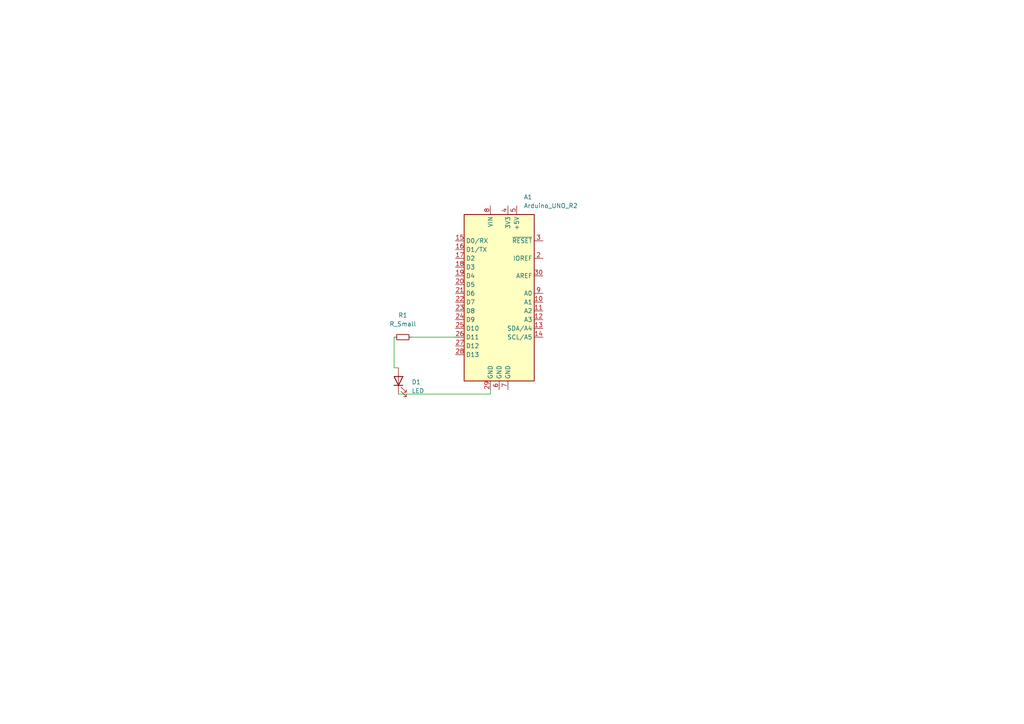
<source format=kicad_sch>
(kicad_sch (version 20211123) (generator eeschema)

  (uuid ceab6c4e-02b1-48d3-8aeb-06ffd4c8e0c0)

  (paper "A4")

  (lib_symbols
    (symbol "Device:LED" (pin_numbers hide) (pin_names (offset 1.016) hide) (in_bom yes) (on_board yes)
      (property "Reference" "D" (id 0) (at 0 2.54 0)
        (effects (font (size 1.27 1.27)))
      )
      (property "Value" "LED" (id 1) (at 0 -2.54 0)
        (effects (font (size 1.27 1.27)))
      )
      (property "Footprint" "" (id 2) (at 0 0 0)
        (effects (font (size 1.27 1.27)) hide)
      )
      (property "Datasheet" "~" (id 3) (at 0 0 0)
        (effects (font (size 1.27 1.27)) hide)
      )
      (property "ki_keywords" "LED diode" (id 4) (at 0 0 0)
        (effects (font (size 1.27 1.27)) hide)
      )
      (property "ki_description" "Light emitting diode" (id 5) (at 0 0 0)
        (effects (font (size 1.27 1.27)) hide)
      )
      (property "ki_fp_filters" "LED* LED_SMD:* LED_THT:*" (id 6) (at 0 0 0)
        (effects (font (size 1.27 1.27)) hide)
      )
      (symbol "LED_0_1"
        (polyline
          (pts
            (xy -1.27 -1.27)
            (xy -1.27 1.27)
          )
          (stroke (width 0.254) (type default) (color 0 0 0 0))
          (fill (type none))
        )
        (polyline
          (pts
            (xy -1.27 0)
            (xy 1.27 0)
          )
          (stroke (width 0) (type default) (color 0 0 0 0))
          (fill (type none))
        )
        (polyline
          (pts
            (xy 1.27 -1.27)
            (xy 1.27 1.27)
            (xy -1.27 0)
            (xy 1.27 -1.27)
          )
          (stroke (width 0.254) (type default) (color 0 0 0 0))
          (fill (type none))
        )
        (polyline
          (pts
            (xy -3.048 -0.762)
            (xy -4.572 -2.286)
            (xy -3.81 -2.286)
            (xy -4.572 -2.286)
            (xy -4.572 -1.524)
          )
          (stroke (width 0) (type default) (color 0 0 0 0))
          (fill (type none))
        )
        (polyline
          (pts
            (xy -1.778 -0.762)
            (xy -3.302 -2.286)
            (xy -2.54 -2.286)
            (xy -3.302 -2.286)
            (xy -3.302 -1.524)
          )
          (stroke (width 0) (type default) (color 0 0 0 0))
          (fill (type none))
        )
      )
      (symbol "LED_1_1"
        (pin passive line (at -3.81 0 0) (length 2.54)
          (name "K" (effects (font (size 1.27 1.27))))
          (number "1" (effects (font (size 1.27 1.27))))
        )
        (pin passive line (at 3.81 0 180) (length 2.54)
          (name "A" (effects (font (size 1.27 1.27))))
          (number "2" (effects (font (size 1.27 1.27))))
        )
      )
    )
    (symbol "Device:R_Small" (pin_numbers hide) (pin_names (offset 0.254) hide) (in_bom yes) (on_board yes)
      (property "Reference" "R" (id 0) (at 0.762 0.508 0)
        (effects (font (size 1.27 1.27)) (justify left))
      )
      (property "Value" "R_Small" (id 1) (at 0.762 -1.016 0)
        (effects (font (size 1.27 1.27)) (justify left))
      )
      (property "Footprint" "" (id 2) (at 0 0 0)
        (effects (font (size 1.27 1.27)) hide)
      )
      (property "Datasheet" "~" (id 3) (at 0 0 0)
        (effects (font (size 1.27 1.27)) hide)
      )
      (property "ki_keywords" "R resistor" (id 4) (at 0 0 0)
        (effects (font (size 1.27 1.27)) hide)
      )
      (property "ki_description" "Resistor, small symbol" (id 5) (at 0 0 0)
        (effects (font (size 1.27 1.27)) hide)
      )
      (property "ki_fp_filters" "R_*" (id 6) (at 0 0 0)
        (effects (font (size 1.27 1.27)) hide)
      )
      (symbol "R_Small_0_1"
        (rectangle (start -0.762 1.778) (end 0.762 -1.778)
          (stroke (width 0.2032) (type default) (color 0 0 0 0))
          (fill (type none))
        )
      )
      (symbol "R_Small_1_1"
        (pin passive line (at 0 2.54 270) (length 0.762)
          (name "~" (effects (font (size 1.27 1.27))))
          (number "1" (effects (font (size 1.27 1.27))))
        )
        (pin passive line (at 0 -2.54 90) (length 0.762)
          (name "~" (effects (font (size 1.27 1.27))))
          (number "2" (effects (font (size 1.27 1.27))))
        )
      )
    )
    (symbol "MCU_Module:Arduino_UNO_R2" (in_bom yes) (on_board yes)
      (property "Reference" "A" (id 0) (at -10.16 23.495 0)
        (effects (font (size 1.27 1.27)) (justify left bottom))
      )
      (property "Value" "Arduino_UNO_R2" (id 1) (at 5.08 -26.67 0)
        (effects (font (size 1.27 1.27)) (justify left top))
      )
      (property "Footprint" "Module:Arduino_UNO_R2" (id 2) (at 0 0 0)
        (effects (font (size 1.27 1.27) italic) hide)
      )
      (property "Datasheet" "https://www.arduino.cc/en/Main/arduinoBoardUno" (id 3) (at 0 0 0)
        (effects (font (size 1.27 1.27)) hide)
      )
      (property "ki_keywords" "Arduino UNO R3 Microcontroller Module Atmel AVR USB" (id 4) (at 0 0 0)
        (effects (font (size 1.27 1.27)) hide)
      )
      (property "ki_description" "Arduino UNO Microcontroller Module, release 2" (id 5) (at 0 0 0)
        (effects (font (size 1.27 1.27)) hide)
      )
      (property "ki_fp_filters" "Arduino*UNO*R2*" (id 6) (at 0 0 0)
        (effects (font (size 1.27 1.27)) hide)
      )
      (symbol "Arduino_UNO_R2_0_1"
        (rectangle (start -10.16 22.86) (end 10.16 -25.4)
          (stroke (width 0.254) (type default) (color 0 0 0 0))
          (fill (type background))
        )
      )
      (symbol "Arduino_UNO_R2_1_1"
        (pin no_connect line (at -10.16 -20.32 0) (length 2.54) hide
          (name "NC" (effects (font (size 1.27 1.27))))
          (number "1" (effects (font (size 1.27 1.27))))
        )
        (pin bidirectional line (at 12.7 -2.54 180) (length 2.54)
          (name "A1" (effects (font (size 1.27 1.27))))
          (number "10" (effects (font (size 1.27 1.27))))
        )
        (pin bidirectional line (at 12.7 -5.08 180) (length 2.54)
          (name "A2" (effects (font (size 1.27 1.27))))
          (number "11" (effects (font (size 1.27 1.27))))
        )
        (pin bidirectional line (at 12.7 -7.62 180) (length 2.54)
          (name "A3" (effects (font (size 1.27 1.27))))
          (number "12" (effects (font (size 1.27 1.27))))
        )
        (pin bidirectional line (at 12.7 -10.16 180) (length 2.54)
          (name "SDA/A4" (effects (font (size 1.27 1.27))))
          (number "13" (effects (font (size 1.27 1.27))))
        )
        (pin bidirectional line (at 12.7 -12.7 180) (length 2.54)
          (name "SCL/A5" (effects (font (size 1.27 1.27))))
          (number "14" (effects (font (size 1.27 1.27))))
        )
        (pin bidirectional line (at -12.7 15.24 0) (length 2.54)
          (name "D0/RX" (effects (font (size 1.27 1.27))))
          (number "15" (effects (font (size 1.27 1.27))))
        )
        (pin bidirectional line (at -12.7 12.7 0) (length 2.54)
          (name "D1/TX" (effects (font (size 1.27 1.27))))
          (number "16" (effects (font (size 1.27 1.27))))
        )
        (pin bidirectional line (at -12.7 10.16 0) (length 2.54)
          (name "D2" (effects (font (size 1.27 1.27))))
          (number "17" (effects (font (size 1.27 1.27))))
        )
        (pin bidirectional line (at -12.7 7.62 0) (length 2.54)
          (name "D3" (effects (font (size 1.27 1.27))))
          (number "18" (effects (font (size 1.27 1.27))))
        )
        (pin bidirectional line (at -12.7 5.08 0) (length 2.54)
          (name "D4" (effects (font (size 1.27 1.27))))
          (number "19" (effects (font (size 1.27 1.27))))
        )
        (pin output line (at 12.7 10.16 180) (length 2.54)
          (name "IOREF" (effects (font (size 1.27 1.27))))
          (number "2" (effects (font (size 1.27 1.27))))
        )
        (pin bidirectional line (at -12.7 2.54 0) (length 2.54)
          (name "D5" (effects (font (size 1.27 1.27))))
          (number "20" (effects (font (size 1.27 1.27))))
        )
        (pin bidirectional line (at -12.7 0 0) (length 2.54)
          (name "D6" (effects (font (size 1.27 1.27))))
          (number "21" (effects (font (size 1.27 1.27))))
        )
        (pin bidirectional line (at -12.7 -2.54 0) (length 2.54)
          (name "D7" (effects (font (size 1.27 1.27))))
          (number "22" (effects (font (size 1.27 1.27))))
        )
        (pin bidirectional line (at -12.7 -5.08 0) (length 2.54)
          (name "D8" (effects (font (size 1.27 1.27))))
          (number "23" (effects (font (size 1.27 1.27))))
        )
        (pin bidirectional line (at -12.7 -7.62 0) (length 2.54)
          (name "D9" (effects (font (size 1.27 1.27))))
          (number "24" (effects (font (size 1.27 1.27))))
        )
        (pin bidirectional line (at -12.7 -10.16 0) (length 2.54)
          (name "D10" (effects (font (size 1.27 1.27))))
          (number "25" (effects (font (size 1.27 1.27))))
        )
        (pin bidirectional line (at -12.7 -12.7 0) (length 2.54)
          (name "D11" (effects (font (size 1.27 1.27))))
          (number "26" (effects (font (size 1.27 1.27))))
        )
        (pin bidirectional line (at -12.7 -15.24 0) (length 2.54)
          (name "D12" (effects (font (size 1.27 1.27))))
          (number "27" (effects (font (size 1.27 1.27))))
        )
        (pin bidirectional line (at -12.7 -17.78 0) (length 2.54)
          (name "D13" (effects (font (size 1.27 1.27))))
          (number "28" (effects (font (size 1.27 1.27))))
        )
        (pin power_in line (at -2.54 -27.94 90) (length 2.54)
          (name "GND" (effects (font (size 1.27 1.27))))
          (number "29" (effects (font (size 1.27 1.27))))
        )
        (pin input line (at 12.7 15.24 180) (length 2.54)
          (name "~{RESET}" (effects (font (size 1.27 1.27))))
          (number "3" (effects (font (size 1.27 1.27))))
        )
        (pin input line (at 12.7 5.08 180) (length 2.54)
          (name "AREF" (effects (font (size 1.27 1.27))))
          (number "30" (effects (font (size 1.27 1.27))))
        )
        (pin power_out line (at 2.54 25.4 270) (length 2.54)
          (name "3V3" (effects (font (size 1.27 1.27))))
          (number "4" (effects (font (size 1.27 1.27))))
        )
        (pin power_out line (at 5.08 25.4 270) (length 2.54)
          (name "+5V" (effects (font (size 1.27 1.27))))
          (number "5" (effects (font (size 1.27 1.27))))
        )
        (pin power_in line (at 0 -27.94 90) (length 2.54)
          (name "GND" (effects (font (size 1.27 1.27))))
          (number "6" (effects (font (size 1.27 1.27))))
        )
        (pin power_in line (at 2.54 -27.94 90) (length 2.54)
          (name "GND" (effects (font (size 1.27 1.27))))
          (number "7" (effects (font (size 1.27 1.27))))
        )
        (pin power_in line (at -2.54 25.4 270) (length 2.54)
          (name "VIN" (effects (font (size 1.27 1.27))))
          (number "8" (effects (font (size 1.27 1.27))))
        )
        (pin bidirectional line (at 12.7 0 180) (length 2.54)
          (name "A0" (effects (font (size 1.27 1.27))))
          (number "9" (effects (font (size 1.27 1.27))))
        )
      )
    )
  )


  (wire (pts (xy 119.38 97.79) (xy 132.08 97.79))
    (stroke (width 0) (type default) (color 0 0 0 0))
    (uuid 5456225c-76c1-4175-834b-4b84057d7823)
  )
  (wire (pts (xy 114.3 97.79) (xy 114.3 106.68))
    (stroke (width 0) (type default) (color 0 0 0 0))
    (uuid 8fcdc14c-dac0-4f6b-b8ed-109aa3589e8d)
  )
  (wire (pts (xy 114.3 106.68) (xy 115.57 106.68))
    (stroke (width 0) (type default) (color 0 0 0 0))
    (uuid 913ecd64-8bbf-4a32-99c4-7e0ef19a41dc)
  )
  (wire (pts (xy 142.24 114.3) (xy 142.24 113.03))
    (stroke (width 0) (type default) (color 0 0 0 0))
    (uuid a8587c0a-ae72-432b-9692-652752683000)
  )
  (wire (pts (xy 115.57 114.3) (xy 142.24 114.3))
    (stroke (width 0) (type default) (color 0 0 0 0))
    (uuid d783efe2-1113-4df2-bb55-3a577509b0de)
  )

  (symbol (lib_id "Device:LED") (at 115.57 110.49 90) (unit 1)
    (in_bom yes) (on_board yes) (fields_autoplaced)
    (uuid 66b56a34-fbed-4567-bbe7-8f398040275c)
    (property "Reference" "D1" (id 0) (at 119.38 110.8074 90)
      (effects (font (size 1.27 1.27)) (justify right))
    )
    (property "Value" "LED" (id 1) (at 119.38 113.3474 90)
      (effects (font (size 1.27 1.27)) (justify right))
    )
    (property "Footprint" "LED_SMD:LED_0201_0603Metric" (id 2) (at 115.57 110.49 0)
      (effects (font (size 1.27 1.27)) hide)
    )
    (property "Datasheet" "~" (id 3) (at 115.57 110.49 0)
      (effects (font (size 1.27 1.27)) hide)
    )
    (pin "1" (uuid c3a2ce82-2267-490d-8768-197c6759f8d0))
    (pin "2" (uuid 3cf24340-15ca-4f76-b3c3-b193b53c007e))
  )

  (symbol (lib_id "MCU_Module:Arduino_UNO_R2") (at 144.78 85.09 0) (unit 1)
    (in_bom yes) (on_board yes) (fields_autoplaced)
    (uuid 8abeefd4-6c93-4ad2-9245-5d7a95d287ab)
    (property "Reference" "A1" (id 0) (at 151.8794 57.15 0)
      (effects (font (size 1.27 1.27)) (justify left))
    )
    (property "Value" "Arduino_UNO_R2" (id 1) (at 151.8794 59.69 0)
      (effects (font (size 1.27 1.27)) (justify left))
    )
    (property "Footprint" "Module:Arduino_UNO_R2" (id 2) (at 144.78 85.09 0)
      (effects (font (size 1.27 1.27) italic) hide)
    )
    (property "Datasheet" "https://www.arduino.cc/en/Main/arduinoBoardUno" (id 3) (at 144.78 85.09 0)
      (effects (font (size 1.27 1.27)) hide)
    )
    (pin "1" (uuid e3e4aa10-a40b-4568-bb12-7c9103557140))
    (pin "10" (uuid 924a178b-4fe2-431a-b6d2-01fae604af17))
    (pin "11" (uuid 0477adfe-3f3c-4989-a9c0-8097ed922b19))
    (pin "12" (uuid 1b71a4f6-4b15-4751-bf9d-442233bc7eb2))
    (pin "13" (uuid 4d35f6bb-964f-44d8-96ff-673988267c36))
    (pin "14" (uuid bb2bca50-4799-498b-9337-916f131cfcb9))
    (pin "15" (uuid 39375c7c-b9cc-4ad2-99de-571b05c1937a))
    (pin "16" (uuid 9fc4a4ce-dd1f-47c7-a850-4901f06f9106))
    (pin "17" (uuid f9cfdbe9-10c2-4ef3-8741-01a9d4ea3f81))
    (pin "18" (uuid cdea1a00-63e7-42a7-a78e-007f745061d3))
    (pin "19" (uuid 0e089d24-8c74-42d4-a3bb-b680272429d7))
    (pin "2" (uuid acc9ea5d-e5c5-49a6-8b14-15a25e37b120))
    (pin "20" (uuid 31f520e3-c89f-47c0-a084-0cee0a7ac298))
    (pin "21" (uuid 66ef899d-820b-4e62-aace-b05649a1ae7b))
    (pin "22" (uuid 39f67094-2d03-4484-8364-f6cc29e6f25b))
    (pin "23" (uuid 789599ee-0f99-49f1-bf6c-c3eea1c5fa00))
    (pin "24" (uuid 0432647c-867f-4688-91d1-582c7dbdec06))
    (pin "25" (uuid ddd52280-5955-4a51-9d9c-dbfc45a3303c))
    (pin "26" (uuid c7ede6ba-f434-4fc5-90c3-6b784eeb2b5d))
    (pin "27" (uuid 4e8765aa-0d59-4d61-ae80-446248075988))
    (pin "28" (uuid 49e69590-7829-475e-93c6-8cd13bb68cbf))
    (pin "29" (uuid 8fce7d69-b544-4a20-9b30-fc3f7ceba8a1))
    (pin "3" (uuid 0a56301e-bcec-4a38-9efa-26081a01dc4a))
    (pin "30" (uuid 5d837594-469c-4a13-bc82-4c1cc18be678))
    (pin "4" (uuid ff858064-eed8-4d91-902b-b090c4fb8e14))
    (pin "5" (uuid 4812e251-ae4e-4d18-a40c-d45b5f2d8d8a))
    (pin "6" (uuid 8cfd5dfb-f9ce-4c4c-af94-aea36cbee60d))
    (pin "7" (uuid e041051f-3a55-48b1-8d86-ea1672ab4e7c))
    (pin "8" (uuid 53d601b2-9c55-4c81-a0c8-0d8667f073ae))
    (pin "9" (uuid 32e6370a-449e-4b65-9e86-4c3174072fcb))
  )

  (symbol (lib_id "Device:R_Small") (at 116.84 97.79 90) (unit 1)
    (in_bom yes) (on_board yes) (fields_autoplaced)
    (uuid eda4a335-c564-4042-ad62-5e7e2e82f779)
    (property "Reference" "R1" (id 0) (at 116.84 91.44 90))
    (property "Value" "R_Small" (id 1) (at 116.84 93.98 90))
    (property "Footprint" "Resistor_SMD:R_0201_0603Metric" (id 2) (at 116.84 97.79 0)
      (effects (font (size 1.27 1.27)) hide)
    )
    (property "Datasheet" "~" (id 3) (at 116.84 97.79 0)
      (effects (font (size 1.27 1.27)) hide)
    )
    (pin "1" (uuid bfcc7407-0089-4ed8-a57a-98ad53c4de9e))
    (pin "2" (uuid 24a69312-dbe7-4e15-9765-56cd0cd9e703))
  )

  (sheet_instances
    (path "/" (page "1"))
  )

  (symbol_instances
    (path "/8abeefd4-6c93-4ad2-9245-5d7a95d287ab"
      (reference "A1") (unit 1) (value "Arduino_UNO_R2") (footprint "Module:Arduino_UNO_R2")
    )
    (path "/66b56a34-fbed-4567-bbe7-8f398040275c"
      (reference "D1") (unit 1) (value "LED") (footprint "LED_SMD:LED_0201_0603Metric")
    )
    (path "/eda4a335-c564-4042-ad62-5e7e2e82f779"
      (reference "R1") (unit 1) (value "R_Small") (footprint "Resistor_SMD:R_0201_0603Metric")
    )
  )
)

</source>
